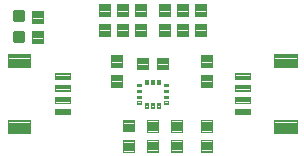
<source format=gtp>
G04 EAGLE Gerber RS-274X export*
G75*
%MOMM*%
%FSLAX34Y34*%
%LPD*%
%INSolderpaste Top*%
%IPPOS*%
%AMOC8*
5,1,8,0,0,1.08239X$1,22.5*%
G01*
%ADD10C,0.100000*%
%ADD11C,0.096000*%
%ADD12C,0.102000*%
%ADD13C,0.300000*%


D10*
X101020Y142550D02*
X101020Y132550D01*
X92020Y132550D01*
X92020Y142550D01*
X101020Y142550D01*
X101020Y133500D02*
X92020Y133500D01*
X92020Y134450D02*
X101020Y134450D01*
X101020Y135400D02*
X92020Y135400D01*
X92020Y136350D02*
X101020Y136350D01*
X101020Y137300D02*
X92020Y137300D01*
X92020Y138250D02*
X101020Y138250D01*
X101020Y139200D02*
X92020Y139200D01*
X92020Y140150D02*
X101020Y140150D01*
X101020Y141100D02*
X92020Y141100D01*
X92020Y142050D02*
X101020Y142050D01*
X101020Y149550D02*
X101020Y159550D01*
X101020Y149550D02*
X92020Y149550D01*
X92020Y159550D01*
X101020Y159550D01*
X101020Y150500D02*
X92020Y150500D01*
X92020Y151450D02*
X101020Y151450D01*
X101020Y152400D02*
X92020Y152400D01*
X92020Y153350D02*
X101020Y153350D01*
X101020Y154300D02*
X92020Y154300D01*
X92020Y155250D02*
X101020Y155250D01*
X101020Y156200D02*
X92020Y156200D01*
X92020Y157150D02*
X101020Y157150D01*
X101020Y158100D02*
X92020Y158100D01*
X92020Y159050D02*
X101020Y159050D01*
X130500Y156900D02*
X140500Y156900D01*
X140500Y147900D01*
X130500Y147900D01*
X130500Y156900D01*
X130500Y148850D02*
X140500Y148850D01*
X140500Y149800D02*
X130500Y149800D01*
X130500Y150750D02*
X140500Y150750D01*
X140500Y151700D02*
X130500Y151700D01*
X130500Y152650D02*
X140500Y152650D01*
X140500Y153600D02*
X130500Y153600D01*
X130500Y154550D02*
X140500Y154550D01*
X140500Y155500D02*
X130500Y155500D01*
X130500Y156450D02*
X140500Y156450D01*
X123500Y156900D02*
X113500Y156900D01*
X123500Y156900D02*
X123500Y147900D01*
X113500Y147900D01*
X113500Y156900D01*
X113500Y148850D02*
X123500Y148850D01*
X123500Y149800D02*
X113500Y149800D01*
X113500Y150750D02*
X123500Y150750D01*
X123500Y151700D02*
X113500Y151700D01*
X113500Y152650D02*
X123500Y152650D01*
X123500Y153600D02*
X113500Y153600D01*
X113500Y154550D02*
X123500Y154550D01*
X123500Y155500D02*
X113500Y155500D01*
X113500Y156450D02*
X123500Y156450D01*
X122500Y104940D02*
X122500Y94940D01*
X122500Y104940D02*
X131500Y104940D01*
X131500Y94940D01*
X122500Y94940D01*
X122500Y95890D02*
X131500Y95890D01*
X131500Y96840D02*
X122500Y96840D01*
X122500Y97790D02*
X131500Y97790D01*
X131500Y98740D02*
X122500Y98740D01*
X122500Y99690D02*
X131500Y99690D01*
X131500Y100640D02*
X122500Y100640D01*
X122500Y101590D02*
X131500Y101590D01*
X131500Y102540D02*
X122500Y102540D01*
X122500Y103490D02*
X131500Y103490D01*
X131500Y104440D02*
X122500Y104440D01*
X122500Y87940D02*
X122500Y77940D01*
X122500Y87940D02*
X131500Y87940D01*
X131500Y77940D01*
X122500Y77940D01*
X122500Y78890D02*
X131500Y78890D01*
X131500Y79840D02*
X122500Y79840D01*
X122500Y80790D02*
X131500Y80790D01*
X131500Y81740D02*
X122500Y81740D01*
X122500Y82690D02*
X131500Y82690D01*
X131500Y83640D02*
X122500Y83640D01*
X122500Y84590D02*
X131500Y84590D01*
X131500Y85540D02*
X122500Y85540D01*
X122500Y86490D02*
X131500Y86490D01*
X131500Y87440D02*
X122500Y87440D01*
X142820Y94940D02*
X142820Y104940D01*
X151820Y104940D01*
X151820Y94940D01*
X142820Y94940D01*
X142820Y95890D02*
X151820Y95890D01*
X151820Y96840D02*
X142820Y96840D01*
X142820Y97790D02*
X151820Y97790D01*
X151820Y98740D02*
X142820Y98740D01*
X142820Y99690D02*
X151820Y99690D01*
X151820Y100640D02*
X142820Y100640D01*
X142820Y101590D02*
X151820Y101590D01*
X151820Y102540D02*
X142820Y102540D01*
X142820Y103490D02*
X151820Y103490D01*
X151820Y104440D02*
X142820Y104440D01*
X142820Y87940D02*
X142820Y77940D01*
X142820Y87940D02*
X151820Y87940D01*
X151820Y77940D01*
X142820Y77940D01*
X142820Y78890D02*
X151820Y78890D01*
X151820Y79840D02*
X142820Y79840D01*
X142820Y80790D02*
X151820Y80790D01*
X151820Y81740D02*
X142820Y81740D01*
X142820Y82690D02*
X151820Y82690D01*
X151820Y83640D02*
X142820Y83640D01*
X142820Y84590D02*
X151820Y84590D01*
X151820Y85540D02*
X142820Y85540D01*
X142820Y86490D02*
X151820Y86490D01*
X151820Y87440D02*
X142820Y87440D01*
X102180Y95067D02*
X102180Y105067D01*
X111180Y105067D01*
X111180Y95067D01*
X102180Y95067D01*
X102180Y96017D02*
X111180Y96017D01*
X111180Y96967D02*
X102180Y96967D01*
X102180Y97917D02*
X111180Y97917D01*
X111180Y98867D02*
X102180Y98867D01*
X102180Y99817D02*
X111180Y99817D01*
X111180Y100767D02*
X102180Y100767D01*
X102180Y101717D02*
X111180Y101717D01*
X111180Y102667D02*
X102180Y102667D01*
X102180Y103617D02*
X111180Y103617D01*
X111180Y104567D02*
X102180Y104567D01*
X102180Y88067D02*
X102180Y78067D01*
X102180Y88067D02*
X111180Y88067D01*
X111180Y78067D01*
X102180Y78067D01*
X102180Y79017D02*
X111180Y79017D01*
X111180Y79967D02*
X102180Y79967D01*
X102180Y80917D02*
X111180Y80917D01*
X111180Y81867D02*
X102180Y81867D01*
X102180Y82817D02*
X111180Y82817D01*
X111180Y83767D02*
X102180Y83767D01*
X102180Y84717D02*
X111180Y84717D01*
X111180Y85667D02*
X102180Y85667D01*
X102180Y86617D02*
X111180Y86617D01*
X111180Y87567D02*
X102180Y87567D01*
D11*
X249216Y93480D02*
X249216Y104520D01*
X249216Y93480D02*
X230176Y93480D01*
X230176Y104520D01*
X249216Y104520D01*
X249216Y94392D02*
X230176Y94392D01*
X230176Y95304D02*
X249216Y95304D01*
X249216Y96216D02*
X230176Y96216D01*
X230176Y97128D02*
X249216Y97128D01*
X249216Y98040D02*
X230176Y98040D01*
X230176Y98952D02*
X249216Y98952D01*
X249216Y99864D02*
X230176Y99864D01*
X230176Y100776D02*
X249216Y100776D01*
X249216Y101688D02*
X230176Y101688D01*
X230176Y102600D02*
X249216Y102600D01*
X249216Y103512D02*
X230176Y103512D01*
X230176Y104424D02*
X249216Y104424D01*
X249216Y149480D02*
X249216Y160520D01*
X249216Y149480D02*
X230176Y149480D01*
X230176Y160520D01*
X249216Y160520D01*
X249216Y150392D02*
X230176Y150392D01*
X230176Y151304D02*
X249216Y151304D01*
X249216Y152216D02*
X230176Y152216D01*
X230176Y153128D02*
X249216Y153128D01*
X249216Y154040D02*
X230176Y154040D01*
X230176Y154952D02*
X249216Y154952D01*
X249216Y155864D02*
X230176Y155864D01*
X230176Y156776D02*
X249216Y156776D01*
X249216Y157688D02*
X230176Y157688D01*
X230176Y158600D02*
X249216Y158600D01*
X249216Y159512D02*
X230176Y159512D01*
X230176Y160424D02*
X249216Y160424D01*
D12*
X209186Y114490D02*
X209186Y109510D01*
X196706Y109510D01*
X196706Y114490D01*
X209186Y114490D01*
X209186Y110479D02*
X196706Y110479D01*
X196706Y111448D02*
X209186Y111448D01*
X209186Y112417D02*
X196706Y112417D01*
X196706Y113386D02*
X209186Y113386D01*
X209186Y114355D02*
X196706Y114355D01*
X209186Y119510D02*
X209186Y124490D01*
X209186Y119510D02*
X196706Y119510D01*
X196706Y124490D01*
X209186Y124490D01*
X209186Y120479D02*
X196706Y120479D01*
X196706Y121448D02*
X209186Y121448D01*
X209186Y122417D02*
X196706Y122417D01*
X196706Y123386D02*
X209186Y123386D01*
X209186Y124355D02*
X196706Y124355D01*
X209186Y129510D02*
X209186Y134490D01*
X209186Y129510D02*
X196706Y129510D01*
X196706Y134490D01*
X209186Y134490D01*
X209186Y130479D02*
X196706Y130479D01*
X196706Y131448D02*
X209186Y131448D01*
X209186Y132417D02*
X196706Y132417D01*
X196706Y133386D02*
X209186Y133386D01*
X209186Y134355D02*
X196706Y134355D01*
X209186Y139510D02*
X209186Y144490D01*
X209186Y139510D02*
X196706Y139510D01*
X196706Y144490D01*
X209186Y144490D01*
X209186Y140479D02*
X196706Y140479D01*
X196706Y141448D02*
X209186Y141448D01*
X209186Y142417D02*
X196706Y142417D01*
X196706Y143386D02*
X209186Y143386D01*
X209186Y144355D02*
X196706Y144355D01*
D11*
X4530Y149480D02*
X4530Y160520D01*
X23570Y160520D01*
X23570Y149480D01*
X4530Y149480D01*
X4530Y150392D02*
X23570Y150392D01*
X23570Y151304D02*
X4530Y151304D01*
X4530Y152216D02*
X23570Y152216D01*
X23570Y153128D02*
X4530Y153128D01*
X4530Y154040D02*
X23570Y154040D01*
X23570Y154952D02*
X4530Y154952D01*
X4530Y155864D02*
X23570Y155864D01*
X23570Y156776D02*
X4530Y156776D01*
X4530Y157688D02*
X23570Y157688D01*
X23570Y158600D02*
X4530Y158600D01*
X4530Y159512D02*
X23570Y159512D01*
X23570Y160424D02*
X4530Y160424D01*
X4530Y104520D02*
X4530Y93480D01*
X4530Y104520D02*
X23570Y104520D01*
X23570Y93480D01*
X4530Y93480D01*
X4530Y94392D02*
X23570Y94392D01*
X23570Y95304D02*
X4530Y95304D01*
X4530Y96216D02*
X23570Y96216D01*
X23570Y97128D02*
X4530Y97128D01*
X4530Y98040D02*
X23570Y98040D01*
X23570Y98952D02*
X4530Y98952D01*
X4530Y99864D02*
X23570Y99864D01*
X23570Y100776D02*
X4530Y100776D01*
X4530Y101688D02*
X23570Y101688D01*
X23570Y102600D02*
X4530Y102600D01*
X4530Y103512D02*
X23570Y103512D01*
X23570Y104424D02*
X4530Y104424D01*
D12*
X44560Y139510D02*
X44560Y144490D01*
X57040Y144490D01*
X57040Y139510D01*
X44560Y139510D01*
X44560Y140479D02*
X57040Y140479D01*
X57040Y141448D02*
X44560Y141448D01*
X44560Y142417D02*
X57040Y142417D01*
X57040Y143386D02*
X44560Y143386D01*
X44560Y144355D02*
X57040Y144355D01*
X44560Y134490D02*
X44560Y129510D01*
X44560Y134490D02*
X57040Y134490D01*
X57040Y129510D01*
X44560Y129510D01*
X44560Y130479D02*
X57040Y130479D01*
X57040Y131448D02*
X44560Y131448D01*
X44560Y132417D02*
X57040Y132417D01*
X57040Y133386D02*
X44560Y133386D01*
X44560Y134355D02*
X57040Y134355D01*
X44560Y124490D02*
X44560Y119510D01*
X44560Y124490D02*
X57040Y124490D01*
X57040Y119510D01*
X44560Y119510D01*
X44560Y120479D02*
X57040Y120479D01*
X57040Y121448D02*
X44560Y121448D01*
X44560Y122417D02*
X57040Y122417D01*
X57040Y123386D02*
X44560Y123386D01*
X44560Y124355D02*
X57040Y124355D01*
X44560Y114490D02*
X44560Y109510D01*
X44560Y114490D02*
X57040Y114490D01*
X57040Y109510D01*
X44560Y109510D01*
X44560Y110479D02*
X57040Y110479D01*
X57040Y111448D02*
X44560Y111448D01*
X44560Y112417D02*
X57040Y112417D01*
X57040Y113386D02*
X44560Y113386D01*
X44560Y114355D02*
X57040Y114355D01*
D13*
X17216Y178626D02*
X10216Y178626D01*
X17216Y178626D02*
X17216Y171626D01*
X10216Y171626D01*
X10216Y178626D01*
X10216Y174476D02*
X17216Y174476D01*
X17216Y177326D02*
X10216Y177326D01*
X10216Y196166D02*
X17216Y196166D01*
X17216Y189166D01*
X10216Y189166D01*
X10216Y196166D01*
X10216Y192016D02*
X17216Y192016D01*
X17216Y194866D02*
X10216Y194866D01*
D10*
X25218Y196888D02*
X25218Y186888D01*
X25218Y196888D02*
X34218Y196888D01*
X34218Y186888D01*
X25218Y186888D01*
X25218Y187838D02*
X34218Y187838D01*
X34218Y188788D02*
X25218Y188788D01*
X25218Y189738D02*
X34218Y189738D01*
X34218Y190688D02*
X25218Y190688D01*
X25218Y191638D02*
X34218Y191638D01*
X34218Y192588D02*
X25218Y192588D01*
X25218Y193538D02*
X34218Y193538D01*
X34218Y194488D02*
X25218Y194488D01*
X25218Y195438D02*
X34218Y195438D01*
X34218Y196388D02*
X25218Y196388D01*
X25218Y179888D02*
X25218Y169888D01*
X25218Y179888D02*
X34218Y179888D01*
X34218Y169888D01*
X25218Y169888D01*
X25218Y170838D02*
X34218Y170838D01*
X34218Y171788D02*
X25218Y171788D01*
X25218Y172738D02*
X34218Y172738D01*
X34218Y173688D02*
X25218Y173688D01*
X25218Y174638D02*
X34218Y174638D01*
X34218Y175588D02*
X25218Y175588D01*
X25218Y176538D02*
X34218Y176538D01*
X34218Y177488D02*
X25218Y177488D01*
X25218Y178438D02*
X34218Y178438D01*
X34218Y179388D02*
X25218Y179388D01*
X177220Y142550D02*
X177220Y132550D01*
X168220Y132550D01*
X168220Y142550D01*
X177220Y142550D01*
X177220Y133500D02*
X168220Y133500D01*
X168220Y134450D02*
X177220Y134450D01*
X177220Y135400D02*
X168220Y135400D01*
X168220Y136350D02*
X177220Y136350D01*
X177220Y137300D02*
X168220Y137300D01*
X168220Y138250D02*
X177220Y138250D01*
X177220Y139200D02*
X168220Y139200D01*
X168220Y140150D02*
X177220Y140150D01*
X177220Y141100D02*
X168220Y141100D01*
X168220Y142050D02*
X177220Y142050D01*
X177220Y149550D02*
X177220Y159550D01*
X177220Y149550D02*
X168220Y149550D01*
X168220Y159550D01*
X177220Y159550D01*
X177220Y150500D02*
X168220Y150500D01*
X168220Y151450D02*
X177220Y151450D01*
X177220Y152400D02*
X168220Y152400D01*
X168220Y153350D02*
X177220Y153350D01*
X177220Y154300D02*
X168220Y154300D01*
X168220Y155250D02*
X177220Y155250D01*
X177220Y156200D02*
X168220Y156200D01*
X168220Y157150D02*
X177220Y157150D01*
X177220Y158100D02*
X168220Y158100D01*
X168220Y159050D02*
X177220Y159050D01*
X177220Y87940D02*
X177220Y77940D01*
X168220Y77940D01*
X168220Y87940D01*
X177220Y87940D01*
X177220Y78890D02*
X168220Y78890D01*
X168220Y79840D02*
X177220Y79840D01*
X177220Y80790D02*
X168220Y80790D01*
X168220Y81740D02*
X177220Y81740D01*
X177220Y82690D02*
X168220Y82690D01*
X168220Y83640D02*
X177220Y83640D01*
X177220Y84590D02*
X168220Y84590D01*
X168220Y85540D02*
X177220Y85540D01*
X177220Y86490D02*
X168220Y86490D01*
X168220Y87440D02*
X177220Y87440D01*
X177220Y94940D02*
X177220Y104940D01*
X177220Y94940D02*
X168220Y94940D01*
X168220Y104940D01*
X177220Y104940D01*
X177220Y95890D02*
X168220Y95890D01*
X168220Y96840D02*
X177220Y96840D01*
X177220Y97790D02*
X168220Y97790D01*
X168220Y98740D02*
X177220Y98740D01*
X177220Y99690D02*
X168220Y99690D01*
X168220Y100640D02*
X177220Y100640D01*
X177220Y101590D02*
X168220Y101590D01*
X168220Y102540D02*
X177220Y102540D01*
X177220Y103490D02*
X168220Y103490D01*
X168220Y104440D02*
X177220Y104440D01*
D12*
X140515Y120490D02*
X136735Y120490D01*
X140515Y120490D02*
X140515Y118510D01*
X136735Y118510D01*
X136735Y120490D01*
X136735Y119479D02*
X140515Y119479D01*
X140515Y120448D02*
X136735Y120448D01*
X136735Y125490D02*
X140515Y125490D01*
X140515Y123510D01*
X136735Y123510D01*
X136735Y125490D01*
X136735Y124479D02*
X140515Y124479D01*
X140515Y125448D02*
X136735Y125448D01*
X136735Y130490D02*
X140515Y130490D01*
X140515Y128510D01*
X136735Y128510D01*
X136735Y130490D01*
X136735Y129479D02*
X140515Y129479D01*
X140515Y130448D02*
X136735Y130448D01*
X136735Y135490D02*
X140515Y135490D01*
X140515Y133510D01*
X136735Y133510D01*
X136735Y135490D01*
X136735Y134479D02*
X140515Y134479D01*
X140515Y135448D02*
X136735Y135448D01*
X117265Y133510D02*
X113485Y133510D01*
X113485Y135490D01*
X117265Y135490D01*
X117265Y133510D01*
X117265Y134479D02*
X113485Y134479D01*
X113485Y135448D02*
X117265Y135448D01*
X117265Y128510D02*
X113485Y128510D01*
X113485Y130490D01*
X117265Y130490D01*
X117265Y128510D01*
X117265Y129479D02*
X113485Y129479D01*
X113485Y130448D02*
X117265Y130448D01*
X117265Y123510D02*
X113485Y123510D01*
X113485Y125490D01*
X117265Y125490D01*
X117265Y123510D01*
X117265Y124479D02*
X113485Y124479D01*
X113485Y125448D02*
X117265Y125448D01*
X117265Y118510D02*
X113485Y118510D01*
X113485Y120490D01*
X117265Y120490D01*
X117265Y118510D01*
X117265Y119479D02*
X113485Y119479D01*
X113485Y120448D02*
X117265Y120448D01*
X131010Y138890D02*
X132990Y138890D01*
X132990Y135110D01*
X131010Y135110D01*
X131010Y138890D01*
X131010Y136079D02*
X132990Y136079D01*
X132990Y137048D02*
X131010Y137048D01*
X131010Y138017D02*
X132990Y138017D01*
X127990Y138890D02*
X126010Y138890D01*
X127990Y138890D02*
X127990Y135110D01*
X126010Y135110D01*
X126010Y138890D01*
X126010Y136079D02*
X127990Y136079D01*
X127990Y137048D02*
X126010Y137048D01*
X126010Y138017D02*
X127990Y138017D01*
X122990Y138890D02*
X121010Y138890D01*
X122990Y138890D02*
X122990Y135110D01*
X121010Y135110D01*
X121010Y138890D01*
X121010Y136079D02*
X122990Y136079D01*
X122990Y137048D02*
X121010Y137048D01*
X121010Y138017D02*
X122990Y138017D01*
X122990Y115110D02*
X121010Y115110D01*
X121010Y118890D01*
X122990Y118890D01*
X122990Y115110D01*
X122990Y116079D02*
X121010Y116079D01*
X121010Y117048D02*
X122990Y117048D01*
X122990Y118017D02*
X121010Y118017D01*
X126010Y115110D02*
X127990Y115110D01*
X126010Y115110D02*
X126010Y118890D01*
X127990Y118890D01*
X127990Y115110D01*
X127990Y116079D02*
X126010Y116079D01*
X126010Y117048D02*
X127990Y117048D01*
X127990Y118017D02*
X126010Y118017D01*
X131010Y115110D02*
X132990Y115110D01*
X131010Y115110D02*
X131010Y118890D01*
X132990Y118890D01*
X132990Y115110D01*
X132990Y116079D02*
X131010Y116079D01*
X131010Y117048D02*
X132990Y117048D01*
X132990Y118017D02*
X131010Y118017D01*
D10*
X141660Y175730D02*
X141660Y185730D01*
X141660Y175730D02*
X132660Y175730D01*
X132660Y185730D01*
X141660Y185730D01*
X141660Y176680D02*
X132660Y176680D01*
X132660Y177630D02*
X141660Y177630D01*
X141660Y178580D02*
X132660Y178580D01*
X132660Y179530D02*
X141660Y179530D01*
X141660Y180480D02*
X132660Y180480D01*
X132660Y181430D02*
X141660Y181430D01*
X141660Y182380D02*
X132660Y182380D01*
X132660Y183330D02*
X141660Y183330D01*
X141660Y184280D02*
X132660Y184280D01*
X132660Y185230D02*
X141660Y185230D01*
X141660Y192730D02*
X141660Y202730D01*
X141660Y192730D02*
X132660Y192730D01*
X132660Y202730D01*
X141660Y202730D01*
X141660Y193680D02*
X132660Y193680D01*
X132660Y194630D02*
X141660Y194630D01*
X141660Y195580D02*
X132660Y195580D01*
X132660Y196530D02*
X141660Y196530D01*
X141660Y197480D02*
X132660Y197480D01*
X132660Y198430D02*
X141660Y198430D01*
X141660Y199380D02*
X132660Y199380D01*
X132660Y200330D02*
X141660Y200330D01*
X141660Y201280D02*
X132660Y201280D01*
X132660Y202230D02*
X141660Y202230D01*
X90860Y185730D02*
X90860Y175730D01*
X81860Y175730D01*
X81860Y185730D01*
X90860Y185730D01*
X90860Y176680D02*
X81860Y176680D01*
X81860Y177630D02*
X90860Y177630D01*
X90860Y178580D02*
X81860Y178580D01*
X81860Y179530D02*
X90860Y179530D01*
X90860Y180480D02*
X81860Y180480D01*
X81860Y181430D02*
X90860Y181430D01*
X90860Y182380D02*
X81860Y182380D01*
X81860Y183330D02*
X90860Y183330D01*
X90860Y184280D02*
X81860Y184280D01*
X81860Y185230D02*
X90860Y185230D01*
X90860Y192730D02*
X90860Y202730D01*
X90860Y192730D02*
X81860Y192730D01*
X81860Y202730D01*
X90860Y202730D01*
X90860Y193680D02*
X81860Y193680D01*
X81860Y194630D02*
X90860Y194630D01*
X90860Y195580D02*
X81860Y195580D01*
X81860Y196530D02*
X90860Y196530D01*
X90860Y197480D02*
X81860Y197480D01*
X81860Y198430D02*
X90860Y198430D01*
X90860Y199380D02*
X81860Y199380D01*
X81860Y200330D02*
X90860Y200330D01*
X90860Y201280D02*
X81860Y201280D01*
X81860Y202230D02*
X90860Y202230D01*
X156900Y185730D02*
X156900Y175730D01*
X147900Y175730D01*
X147900Y185730D01*
X156900Y185730D01*
X156900Y176680D02*
X147900Y176680D01*
X147900Y177630D02*
X156900Y177630D01*
X156900Y178580D02*
X147900Y178580D01*
X147900Y179530D02*
X156900Y179530D01*
X156900Y180480D02*
X147900Y180480D01*
X147900Y181430D02*
X156900Y181430D01*
X156900Y182380D02*
X147900Y182380D01*
X147900Y183330D02*
X156900Y183330D01*
X156900Y184280D02*
X147900Y184280D01*
X147900Y185230D02*
X156900Y185230D01*
X156900Y192730D02*
X156900Y202730D01*
X156900Y192730D02*
X147900Y192730D01*
X147900Y202730D01*
X156900Y202730D01*
X156900Y193680D02*
X147900Y193680D01*
X147900Y194630D02*
X156900Y194630D01*
X156900Y195580D02*
X147900Y195580D01*
X147900Y196530D02*
X156900Y196530D01*
X156900Y197480D02*
X147900Y197480D01*
X147900Y198430D02*
X156900Y198430D01*
X156900Y199380D02*
X147900Y199380D01*
X147900Y200330D02*
X156900Y200330D01*
X156900Y201280D02*
X147900Y201280D01*
X147900Y202230D02*
X156900Y202230D01*
X106100Y185730D02*
X106100Y175730D01*
X97100Y175730D01*
X97100Y185730D01*
X106100Y185730D01*
X106100Y176680D02*
X97100Y176680D01*
X97100Y177630D02*
X106100Y177630D01*
X106100Y178580D02*
X97100Y178580D01*
X97100Y179530D02*
X106100Y179530D01*
X106100Y180480D02*
X97100Y180480D01*
X97100Y181430D02*
X106100Y181430D01*
X106100Y182380D02*
X97100Y182380D01*
X97100Y183330D02*
X106100Y183330D01*
X106100Y184280D02*
X97100Y184280D01*
X97100Y185230D02*
X106100Y185230D01*
X106100Y192730D02*
X106100Y202730D01*
X106100Y192730D02*
X97100Y192730D01*
X97100Y202730D01*
X106100Y202730D01*
X106100Y193680D02*
X97100Y193680D01*
X97100Y194630D02*
X106100Y194630D01*
X106100Y195580D02*
X97100Y195580D01*
X97100Y196530D02*
X106100Y196530D01*
X106100Y197480D02*
X97100Y197480D01*
X97100Y198430D02*
X106100Y198430D01*
X106100Y199380D02*
X97100Y199380D01*
X97100Y200330D02*
X106100Y200330D01*
X106100Y201280D02*
X97100Y201280D01*
X97100Y202230D02*
X106100Y202230D01*
X112340Y202730D02*
X112340Y192730D01*
X112340Y202730D02*
X121340Y202730D01*
X121340Y192730D01*
X112340Y192730D01*
X112340Y193680D02*
X121340Y193680D01*
X121340Y194630D02*
X112340Y194630D01*
X112340Y195580D02*
X121340Y195580D01*
X121340Y196530D02*
X112340Y196530D01*
X112340Y197480D02*
X121340Y197480D01*
X121340Y198430D02*
X112340Y198430D01*
X112340Y199380D02*
X121340Y199380D01*
X121340Y200330D02*
X112340Y200330D01*
X112340Y201280D02*
X121340Y201280D01*
X121340Y202230D02*
X112340Y202230D01*
X112340Y185730D02*
X112340Y175730D01*
X112340Y185730D02*
X121340Y185730D01*
X121340Y175730D01*
X112340Y175730D01*
X112340Y176680D02*
X121340Y176680D01*
X121340Y177630D02*
X112340Y177630D01*
X112340Y178580D02*
X121340Y178580D01*
X121340Y179530D02*
X112340Y179530D01*
X112340Y180480D02*
X121340Y180480D01*
X121340Y181430D02*
X112340Y181430D01*
X112340Y182380D02*
X121340Y182380D01*
X121340Y183330D02*
X112340Y183330D01*
X112340Y184280D02*
X121340Y184280D01*
X121340Y185230D02*
X112340Y185230D01*
X163140Y192730D02*
X163140Y202730D01*
X172140Y202730D01*
X172140Y192730D01*
X163140Y192730D01*
X163140Y193680D02*
X172140Y193680D01*
X172140Y194630D02*
X163140Y194630D01*
X163140Y195580D02*
X172140Y195580D01*
X172140Y196530D02*
X163140Y196530D01*
X163140Y197480D02*
X172140Y197480D01*
X172140Y198430D02*
X163140Y198430D01*
X163140Y199380D02*
X172140Y199380D01*
X172140Y200330D02*
X163140Y200330D01*
X163140Y201280D02*
X172140Y201280D01*
X172140Y202230D02*
X163140Y202230D01*
X163140Y185730D02*
X163140Y175730D01*
X163140Y185730D02*
X172140Y185730D01*
X172140Y175730D01*
X163140Y175730D01*
X163140Y176680D02*
X172140Y176680D01*
X172140Y177630D02*
X163140Y177630D01*
X163140Y178580D02*
X172140Y178580D01*
X172140Y179530D02*
X163140Y179530D01*
X163140Y180480D02*
X172140Y180480D01*
X172140Y181430D02*
X163140Y181430D01*
X163140Y182380D02*
X172140Y182380D01*
X172140Y183330D02*
X163140Y183330D01*
X163140Y184280D02*
X172140Y184280D01*
X172140Y185230D02*
X163140Y185230D01*
M02*

</source>
